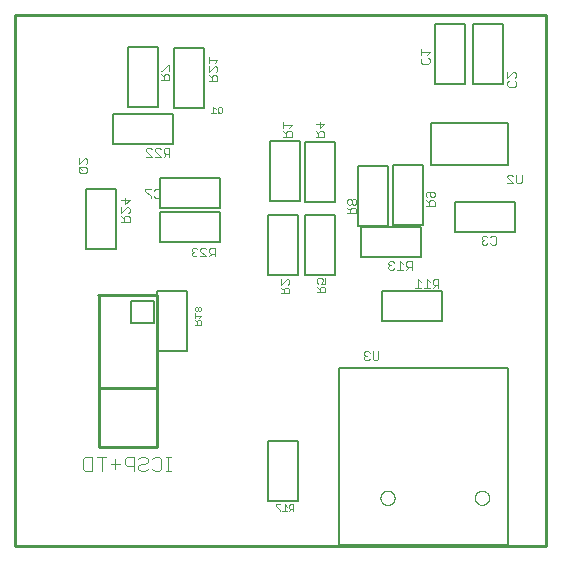
<source format=gbo>
G75*
%MOIN*%
%OFA0B0*%
%FSLAX25Y25*%
%IPPOS*%
%LPD*%
%AMOC8*
5,1,8,0,0,1.08239X$1,22.5*
%
%ADD10C,0.01000*%
%ADD11C,0.00591*%
%ADD12C,0.00500*%
%ADD13C,0.00300*%
%ADD14C,0.00400*%
%ADD15C,0.00200*%
%ADD16C,0.00800*%
%ADD17C,0.00000*%
D10*
X0019234Y0003118D02*
X0019234Y0180283D01*
X0196399Y0180283D01*
X0196399Y0003118D01*
X0019234Y0003118D01*
X0047134Y0036218D02*
X0047134Y0086818D01*
X0046934Y0086918D02*
X0066534Y0086918D01*
X0066534Y0086618D01*
X0066734Y0086618D01*
X0066734Y0055818D01*
X0047334Y0055818D01*
X0047334Y0056018D01*
X0066734Y0055818D02*
X0066734Y0036218D01*
X0047134Y0036218D01*
D11*
X0058034Y0077418D02*
X0058034Y0084718D01*
X0058034Y0084818D02*
X0065734Y0084818D01*
X0065734Y0077418D01*
X0058034Y0077418D01*
D12*
X0066596Y0068315D02*
X0076596Y0068315D01*
X0076596Y0088315D01*
X0066596Y0088315D01*
X0066596Y0068315D01*
X0052974Y0102173D02*
X0042974Y0102173D01*
X0042974Y0122173D01*
X0052974Y0122173D01*
X0052974Y0102173D01*
X0067502Y0104417D02*
X0067502Y0114417D01*
X0087502Y0114417D01*
X0087502Y0104417D01*
X0067502Y0104417D01*
X0067502Y0115835D02*
X0067502Y0125835D01*
X0087502Y0125835D01*
X0087502Y0115835D01*
X0067502Y0115835D01*
X0071947Y0137188D02*
X0051947Y0137188D01*
X0051947Y0147188D01*
X0071947Y0147188D01*
X0071947Y0137188D01*
X0072208Y0149049D02*
X0082208Y0149049D01*
X0082208Y0169049D01*
X0072208Y0169049D01*
X0072208Y0149049D01*
X0066985Y0149620D02*
X0056985Y0149620D01*
X0056985Y0169620D01*
X0066985Y0169620D01*
X0066985Y0149620D01*
X0104391Y0138315D02*
X0104391Y0118315D01*
X0114391Y0118315D01*
X0114391Y0138315D01*
X0104391Y0138315D01*
X0115809Y0137921D02*
X0115809Y0117921D01*
X0125809Y0117921D01*
X0125809Y0137921D01*
X0115809Y0137921D01*
X0133619Y0129991D02*
X0133619Y0109991D01*
X0143619Y0109991D01*
X0143619Y0129991D01*
X0133619Y0129991D01*
X0145143Y0130091D02*
X0145143Y0110091D01*
X0155143Y0110091D01*
X0155143Y0130091D01*
X0145143Y0130091D01*
X0154669Y0109382D02*
X0134669Y0109382D01*
X0134669Y0099382D01*
X0154669Y0099382D01*
X0154669Y0109382D01*
X0165927Y0107961D02*
X0165927Y0117961D01*
X0185927Y0117961D01*
X0185927Y0107961D01*
X0165927Y0107961D01*
X0161586Y0088121D02*
X0161586Y0078121D01*
X0141586Y0078121D01*
X0141586Y0088121D01*
X0161586Y0088121D01*
X0183604Y0062528D02*
X0183604Y0003472D01*
X0127305Y0003472D01*
X0127305Y0062528D01*
X0183604Y0062528D01*
X0125809Y0093512D02*
X0115809Y0093512D01*
X0115809Y0113512D01*
X0125809Y0113512D01*
X0125809Y0093512D01*
X0113604Y0093512D02*
X0103604Y0093512D01*
X0103604Y0113512D01*
X0113604Y0113512D01*
X0113604Y0093512D01*
X0113604Y0038315D02*
X0103604Y0038315D01*
X0103604Y0018315D01*
X0113604Y0018315D01*
X0113604Y0038315D01*
X0159228Y0156998D02*
X0169228Y0156998D01*
X0169228Y0176998D01*
X0159228Y0176998D01*
X0159228Y0156998D01*
X0171794Y0157098D02*
X0181794Y0157098D01*
X0181794Y0177098D01*
X0171794Y0177098D01*
X0171794Y0157098D01*
D13*
X0183444Y0156731D02*
X0183444Y0157699D01*
X0183928Y0158183D01*
X0183444Y0159194D02*
X0185379Y0161129D01*
X0185863Y0161129D01*
X0186347Y0160645D01*
X0186347Y0159678D01*
X0185863Y0159194D01*
X0185863Y0158183D02*
X0186347Y0157699D01*
X0186347Y0156731D01*
X0185863Y0156248D01*
X0183928Y0156248D01*
X0183444Y0156731D01*
X0183444Y0159194D02*
X0183444Y0161129D01*
X0157480Y0164431D02*
X0156996Y0163948D01*
X0155061Y0163948D01*
X0154578Y0164431D01*
X0154578Y0165399D01*
X0155061Y0165883D01*
X0154578Y0166894D02*
X0154578Y0168829D01*
X0154578Y0167862D02*
X0157480Y0167862D01*
X0156513Y0166894D01*
X0156996Y0165883D02*
X0157480Y0165399D01*
X0157480Y0164431D01*
X0122361Y0143869D02*
X0120910Y0142418D01*
X0120910Y0144353D01*
X0119459Y0143869D02*
X0122361Y0143869D01*
X0121877Y0141406D02*
X0120910Y0141406D01*
X0120426Y0140922D01*
X0120426Y0139471D01*
X0119459Y0139471D02*
X0122361Y0139471D01*
X0122361Y0140922D01*
X0121877Y0141406D01*
X0120426Y0140439D02*
X0119459Y0141406D01*
X0111644Y0141016D02*
X0111160Y0141500D01*
X0110193Y0141500D01*
X0109709Y0141016D01*
X0109709Y0139565D01*
X0109709Y0140532D02*
X0108741Y0141500D01*
X0108741Y0142511D02*
X0108741Y0144446D01*
X0108741Y0143479D02*
X0111644Y0143479D01*
X0110676Y0142511D01*
X0111644Y0141016D02*
X0111644Y0139565D01*
X0108741Y0139565D01*
X0086760Y0158199D02*
X0086760Y0159650D01*
X0086277Y0160134D01*
X0085309Y0160134D01*
X0084825Y0159650D01*
X0084825Y0158199D01*
X0083858Y0158199D02*
X0086760Y0158199D01*
X0084825Y0159166D02*
X0083858Y0160134D01*
X0083858Y0161145D02*
X0085793Y0163080D01*
X0086277Y0163080D01*
X0086760Y0162597D01*
X0086760Y0161629D01*
X0086277Y0161145D01*
X0083858Y0161145D02*
X0083858Y0163080D01*
X0083858Y0164092D02*
X0083858Y0166027D01*
X0083858Y0165059D02*
X0086760Y0165059D01*
X0085793Y0164092D01*
X0070738Y0163351D02*
X0070254Y0163351D01*
X0068319Y0161416D01*
X0067835Y0161416D01*
X0067835Y0160405D02*
X0068803Y0159437D01*
X0068803Y0159921D02*
X0068803Y0158470D01*
X0067835Y0158470D02*
X0070738Y0158470D01*
X0070738Y0159921D01*
X0070254Y0160405D01*
X0069286Y0160405D01*
X0068803Y0159921D01*
X0070738Y0161416D02*
X0070738Y0163351D01*
X0070737Y0135841D02*
X0069286Y0135841D01*
X0068802Y0135357D01*
X0068802Y0134389D01*
X0069286Y0133906D01*
X0070737Y0133906D01*
X0069769Y0133906D02*
X0068802Y0132938D01*
X0067790Y0132938D02*
X0065855Y0134873D01*
X0065855Y0135357D01*
X0066339Y0135841D01*
X0067307Y0135841D01*
X0067790Y0135357D01*
X0067790Y0132938D02*
X0065855Y0132938D01*
X0064844Y0132938D02*
X0062909Y0134873D01*
X0062909Y0135357D01*
X0063393Y0135841D01*
X0064360Y0135841D01*
X0064844Y0135357D01*
X0064844Y0132938D02*
X0062909Y0132938D01*
X0070737Y0132938D02*
X0070737Y0135841D01*
X0067061Y0122087D02*
X0066093Y0122087D01*
X0065610Y0121603D01*
X0064598Y0122087D02*
X0062663Y0122087D01*
X0062663Y0121603D01*
X0064598Y0119668D01*
X0064598Y0119185D01*
X0065610Y0119668D02*
X0066093Y0119185D01*
X0067061Y0119185D01*
X0067545Y0119668D01*
X0067545Y0121603D01*
X0067061Y0122087D01*
X0057526Y0118567D02*
X0056075Y0117116D01*
X0056075Y0119051D01*
X0054624Y0118567D02*
X0057526Y0118567D01*
X0057043Y0116105D02*
X0057526Y0115621D01*
X0057526Y0114653D01*
X0057043Y0114170D01*
X0057043Y0113158D02*
X0056075Y0113158D01*
X0055591Y0112674D01*
X0055591Y0111223D01*
X0054624Y0111223D02*
X0057526Y0111223D01*
X0057526Y0112674D01*
X0057043Y0113158D01*
X0055591Y0112191D02*
X0054624Y0113158D01*
X0054624Y0114170D02*
X0056559Y0116105D01*
X0057043Y0116105D01*
X0054624Y0116105D02*
X0054624Y0114170D01*
X0042932Y0127529D02*
X0040997Y0127529D01*
X0040513Y0128012D01*
X0040513Y0128980D01*
X0040997Y0129464D01*
X0042932Y0129464D01*
X0043415Y0128980D01*
X0043415Y0128012D01*
X0042932Y0127529D01*
X0041480Y0128496D02*
X0040513Y0129464D01*
X0040513Y0130475D02*
X0042448Y0132410D01*
X0042932Y0132410D01*
X0043415Y0131926D01*
X0043415Y0130959D01*
X0042932Y0130475D01*
X0040513Y0130475D02*
X0040513Y0132410D01*
X0078124Y0102086D02*
X0078124Y0101602D01*
X0078607Y0101119D01*
X0078124Y0100635D01*
X0078124Y0100151D01*
X0078607Y0099667D01*
X0079575Y0099667D01*
X0080059Y0100151D01*
X0081070Y0099667D02*
X0083005Y0099667D01*
X0081070Y0101602D01*
X0081070Y0102086D01*
X0081554Y0102570D01*
X0082521Y0102570D01*
X0083005Y0102086D01*
X0084017Y0102086D02*
X0084017Y0101119D01*
X0084500Y0100635D01*
X0085952Y0100635D01*
X0085952Y0099667D02*
X0085952Y0102570D01*
X0084500Y0102570D01*
X0084017Y0102086D01*
X0084984Y0100635D02*
X0084017Y0099667D01*
X0080059Y0102086D02*
X0079575Y0102570D01*
X0078607Y0102570D01*
X0078124Y0102086D01*
X0078607Y0101119D02*
X0079091Y0101119D01*
X0107854Y0092243D02*
X0107854Y0090308D01*
X0109789Y0092243D01*
X0110273Y0092243D01*
X0110756Y0091760D01*
X0110756Y0090792D01*
X0110273Y0090308D01*
X0110273Y0089297D02*
X0109305Y0089297D01*
X0108821Y0088813D01*
X0108821Y0087362D01*
X0107854Y0087362D02*
X0110756Y0087362D01*
X0110756Y0088813D01*
X0110273Y0089297D01*
X0108821Y0088329D02*
X0107854Y0089297D01*
X0119859Y0089597D02*
X0120826Y0088629D01*
X0120826Y0089113D02*
X0120826Y0087662D01*
X0119859Y0087662D02*
X0122761Y0087662D01*
X0122761Y0089113D01*
X0122277Y0089597D01*
X0121310Y0089597D01*
X0120826Y0089113D01*
X0120342Y0090608D02*
X0119859Y0091092D01*
X0119859Y0092060D01*
X0120342Y0092543D01*
X0121310Y0092543D01*
X0121794Y0092060D01*
X0121794Y0091576D01*
X0121310Y0090608D01*
X0122761Y0090608D01*
X0122761Y0092543D01*
X0143690Y0095716D02*
X0144174Y0095232D01*
X0145142Y0095232D01*
X0145625Y0095716D01*
X0146637Y0095232D02*
X0148572Y0095232D01*
X0147605Y0095232D02*
X0147605Y0098134D01*
X0148572Y0097167D01*
X0149584Y0097651D02*
X0149584Y0096683D01*
X0150067Y0096199D01*
X0151519Y0096199D01*
X0151519Y0095232D02*
X0151519Y0098134D01*
X0150067Y0098134D01*
X0149584Y0097651D01*
X0150551Y0096199D02*
X0149584Y0095232D01*
X0145625Y0097651D02*
X0145142Y0098134D01*
X0144174Y0098134D01*
X0143690Y0097651D01*
X0143690Y0097167D01*
X0144174Y0096683D01*
X0143690Y0096199D01*
X0143690Y0095716D01*
X0144174Y0096683D02*
X0144658Y0096683D01*
X0153575Y0092074D02*
X0153575Y0089171D01*
X0152608Y0089171D02*
X0154543Y0089171D01*
X0155554Y0089171D02*
X0157489Y0089171D01*
X0156522Y0089171D02*
X0156522Y0092074D01*
X0157489Y0091106D01*
X0158501Y0090622D02*
X0158985Y0090139D01*
X0160436Y0090139D01*
X0159468Y0090139D02*
X0158501Y0089171D01*
X0158501Y0090622D02*
X0158501Y0091590D01*
X0158985Y0092074D01*
X0160436Y0092074D01*
X0160436Y0089171D01*
X0154543Y0091106D02*
X0153575Y0092074D01*
X0174788Y0104094D02*
X0175272Y0103611D01*
X0176240Y0103611D01*
X0176723Y0104094D01*
X0177735Y0104094D02*
X0178219Y0103611D01*
X0179186Y0103611D01*
X0179670Y0104094D01*
X0179670Y0106029D01*
X0179186Y0106513D01*
X0178219Y0106513D01*
X0177735Y0106029D01*
X0176723Y0106029D02*
X0176240Y0106513D01*
X0175272Y0106513D01*
X0174788Y0106029D01*
X0174788Y0105546D01*
X0175272Y0105062D01*
X0174788Y0104578D01*
X0174788Y0104094D01*
X0175272Y0105062D02*
X0175756Y0105062D01*
X0159195Y0116441D02*
X0159195Y0117893D01*
X0158711Y0118376D01*
X0157744Y0118376D01*
X0157260Y0117893D01*
X0157260Y0116441D01*
X0156293Y0116441D02*
X0159195Y0116441D01*
X0157260Y0117409D02*
X0156293Y0118376D01*
X0156776Y0119388D02*
X0156293Y0119872D01*
X0156293Y0120839D01*
X0156776Y0121323D01*
X0158711Y0121323D01*
X0159195Y0120839D01*
X0159195Y0119872D01*
X0158711Y0119388D01*
X0158227Y0119388D01*
X0157744Y0119872D01*
X0157744Y0121323D01*
X0132971Y0118439D02*
X0132488Y0118923D01*
X0132004Y0118923D01*
X0131520Y0118439D01*
X0131520Y0117472D01*
X0132004Y0116988D01*
X0132488Y0116988D01*
X0132971Y0117472D01*
X0132971Y0118439D01*
X0131520Y0118439D02*
X0131036Y0118923D01*
X0130553Y0118923D01*
X0130069Y0118439D01*
X0130069Y0117472D01*
X0130553Y0116988D01*
X0131036Y0116988D01*
X0131520Y0117472D01*
X0131520Y0115976D02*
X0131036Y0115493D01*
X0131036Y0114041D01*
X0130069Y0114041D02*
X0132971Y0114041D01*
X0132971Y0115493D01*
X0132488Y0115976D01*
X0131520Y0115976D01*
X0131036Y0115009D02*
X0130069Y0115976D01*
X0136047Y0068052D02*
X0135563Y0067569D01*
X0135563Y0067085D01*
X0136047Y0066601D01*
X0135563Y0066117D01*
X0135563Y0065634D01*
X0136047Y0065150D01*
X0137014Y0065150D01*
X0137498Y0065634D01*
X0138510Y0065634D02*
X0138510Y0068052D01*
X0137498Y0067569D02*
X0137014Y0068052D01*
X0136047Y0068052D01*
X0136047Y0066601D02*
X0136530Y0066601D01*
X0138510Y0065634D02*
X0138993Y0065150D01*
X0139961Y0065150D01*
X0140444Y0065634D01*
X0140444Y0068052D01*
X0183300Y0124072D02*
X0185235Y0124072D01*
X0183300Y0126007D01*
X0183300Y0126491D01*
X0183784Y0126975D01*
X0184751Y0126975D01*
X0185235Y0126491D01*
X0186247Y0126975D02*
X0186247Y0124556D01*
X0186730Y0124072D01*
X0187698Y0124072D01*
X0188181Y0124556D01*
X0188181Y0126975D01*
D14*
X0071167Y0032809D02*
X0069632Y0032809D01*
X0070399Y0032809D02*
X0070399Y0028206D01*
X0069632Y0028206D02*
X0071167Y0028206D01*
X0068097Y0028973D02*
X0068097Y0032042D01*
X0067330Y0032809D01*
X0065795Y0032809D01*
X0065028Y0032042D01*
X0063493Y0032042D02*
X0063493Y0031275D01*
X0062726Y0030507D01*
X0061191Y0030507D01*
X0060424Y0029740D01*
X0060424Y0028973D01*
X0061191Y0028206D01*
X0062726Y0028206D01*
X0063493Y0028973D01*
X0065028Y0028973D02*
X0065795Y0028206D01*
X0067330Y0028206D01*
X0068097Y0028973D01*
X0063493Y0032042D02*
X0062726Y0032809D01*
X0061191Y0032809D01*
X0060424Y0032042D01*
X0058889Y0032809D02*
X0058889Y0028206D01*
X0058889Y0029740D02*
X0056587Y0029740D01*
X0055820Y0030507D01*
X0055820Y0032042D01*
X0056587Y0032809D01*
X0058889Y0032809D01*
X0054285Y0030507D02*
X0051216Y0030507D01*
X0052751Y0032042D02*
X0052751Y0028973D01*
X0049682Y0032809D02*
X0046612Y0032809D01*
X0045078Y0032809D02*
X0045078Y0028206D01*
X0042776Y0028206D01*
X0042008Y0028973D01*
X0042008Y0032042D01*
X0042776Y0032809D01*
X0045078Y0032809D01*
X0048147Y0032809D02*
X0048147Y0028206D01*
D15*
X0079196Y0076985D02*
X0081398Y0076985D01*
X0081398Y0078086D01*
X0081031Y0078453D01*
X0080297Y0078453D01*
X0079930Y0078086D01*
X0079930Y0076985D01*
X0079930Y0077719D02*
X0079196Y0078453D01*
X0079196Y0079195D02*
X0079196Y0080663D01*
X0079196Y0079929D02*
X0081398Y0079929D01*
X0080664Y0079195D01*
X0080664Y0081405D02*
X0081031Y0081405D01*
X0081398Y0081772D01*
X0081398Y0082506D01*
X0081031Y0082873D01*
X0080664Y0082873D01*
X0080297Y0082506D01*
X0080297Y0081772D01*
X0080664Y0081405D01*
X0080297Y0081772D02*
X0079930Y0081405D01*
X0079563Y0081405D01*
X0079196Y0081772D01*
X0079196Y0082506D01*
X0079563Y0082873D01*
X0079930Y0082873D01*
X0080297Y0082506D01*
X0106216Y0017017D02*
X0106216Y0016650D01*
X0107684Y0015182D01*
X0107684Y0014815D01*
X0108426Y0014815D02*
X0109894Y0014815D01*
X0109160Y0014815D02*
X0109160Y0017017D01*
X0109894Y0016283D01*
X0110636Y0016650D02*
X0110636Y0015916D01*
X0111003Y0015549D01*
X0112104Y0015549D01*
X0111370Y0015549D02*
X0110636Y0014815D01*
X0112104Y0014815D02*
X0112104Y0017017D01*
X0111003Y0017017D01*
X0110636Y0016650D01*
X0107684Y0017017D02*
X0106216Y0017017D01*
X0087998Y0147357D02*
X0087264Y0147357D01*
X0086897Y0147724D01*
X0086897Y0149192D01*
X0087264Y0149559D01*
X0087998Y0149559D01*
X0088365Y0149192D01*
X0088365Y0147724D01*
X0087998Y0147357D01*
X0087631Y0148091D02*
X0086897Y0147357D01*
X0086155Y0147357D02*
X0084687Y0147357D01*
X0085421Y0147357D02*
X0085421Y0149559D01*
X0086155Y0148825D01*
D16*
X0157830Y0144016D02*
X0157830Y0130016D01*
X0183630Y0130016D01*
X0183630Y0144016D01*
X0157830Y0144016D01*
D17*
X0183604Y0062528D02*
X0129667Y0062528D01*
X0141084Y0019220D02*
X0141086Y0019317D01*
X0141092Y0019414D01*
X0141102Y0019510D01*
X0141116Y0019606D01*
X0141134Y0019702D01*
X0141155Y0019796D01*
X0141181Y0019890D01*
X0141210Y0019982D01*
X0141244Y0020073D01*
X0141280Y0020163D01*
X0141321Y0020251D01*
X0141365Y0020337D01*
X0141413Y0020422D01*
X0141464Y0020504D01*
X0141518Y0020585D01*
X0141576Y0020663D01*
X0141637Y0020738D01*
X0141700Y0020811D01*
X0141767Y0020882D01*
X0141837Y0020949D01*
X0141909Y0021014D01*
X0141984Y0021075D01*
X0142062Y0021134D01*
X0142141Y0021189D01*
X0142223Y0021241D01*
X0142307Y0021289D01*
X0142393Y0021334D01*
X0142481Y0021376D01*
X0142570Y0021414D01*
X0142661Y0021448D01*
X0142753Y0021478D01*
X0142846Y0021505D01*
X0142941Y0021527D01*
X0143036Y0021546D01*
X0143132Y0021561D01*
X0143228Y0021572D01*
X0143325Y0021579D01*
X0143422Y0021582D01*
X0143519Y0021581D01*
X0143616Y0021576D01*
X0143712Y0021567D01*
X0143808Y0021554D01*
X0143904Y0021537D01*
X0143999Y0021516D01*
X0144092Y0021492D01*
X0144185Y0021463D01*
X0144277Y0021431D01*
X0144367Y0021395D01*
X0144455Y0021356D01*
X0144542Y0021312D01*
X0144627Y0021266D01*
X0144710Y0021215D01*
X0144791Y0021162D01*
X0144869Y0021105D01*
X0144946Y0021045D01*
X0145019Y0020982D01*
X0145090Y0020916D01*
X0145158Y0020847D01*
X0145224Y0020775D01*
X0145286Y0020701D01*
X0145345Y0020624D01*
X0145401Y0020545D01*
X0145454Y0020463D01*
X0145504Y0020380D01*
X0145549Y0020294D01*
X0145592Y0020207D01*
X0145631Y0020118D01*
X0145666Y0020028D01*
X0145697Y0019936D01*
X0145724Y0019843D01*
X0145748Y0019749D01*
X0145768Y0019654D01*
X0145784Y0019558D01*
X0145796Y0019462D01*
X0145804Y0019365D01*
X0145808Y0019268D01*
X0145808Y0019172D01*
X0145804Y0019075D01*
X0145796Y0018978D01*
X0145784Y0018882D01*
X0145768Y0018786D01*
X0145748Y0018691D01*
X0145724Y0018597D01*
X0145697Y0018504D01*
X0145666Y0018412D01*
X0145631Y0018322D01*
X0145592Y0018233D01*
X0145549Y0018146D01*
X0145504Y0018060D01*
X0145454Y0017977D01*
X0145401Y0017895D01*
X0145345Y0017816D01*
X0145286Y0017739D01*
X0145224Y0017665D01*
X0145158Y0017593D01*
X0145090Y0017524D01*
X0145019Y0017458D01*
X0144946Y0017395D01*
X0144869Y0017335D01*
X0144791Y0017278D01*
X0144710Y0017225D01*
X0144627Y0017174D01*
X0144542Y0017128D01*
X0144455Y0017084D01*
X0144367Y0017045D01*
X0144277Y0017009D01*
X0144185Y0016977D01*
X0144092Y0016948D01*
X0143999Y0016924D01*
X0143904Y0016903D01*
X0143808Y0016886D01*
X0143712Y0016873D01*
X0143616Y0016864D01*
X0143519Y0016859D01*
X0143422Y0016858D01*
X0143325Y0016861D01*
X0143228Y0016868D01*
X0143132Y0016879D01*
X0143036Y0016894D01*
X0142941Y0016913D01*
X0142846Y0016935D01*
X0142753Y0016962D01*
X0142661Y0016992D01*
X0142570Y0017026D01*
X0142481Y0017064D01*
X0142393Y0017106D01*
X0142307Y0017151D01*
X0142223Y0017199D01*
X0142141Y0017251D01*
X0142062Y0017306D01*
X0141984Y0017365D01*
X0141909Y0017426D01*
X0141837Y0017491D01*
X0141767Y0017558D01*
X0141700Y0017629D01*
X0141637Y0017702D01*
X0141576Y0017777D01*
X0141518Y0017855D01*
X0141464Y0017936D01*
X0141413Y0018018D01*
X0141365Y0018103D01*
X0141321Y0018189D01*
X0141280Y0018277D01*
X0141244Y0018367D01*
X0141210Y0018458D01*
X0141181Y0018550D01*
X0141155Y0018644D01*
X0141134Y0018738D01*
X0141116Y0018834D01*
X0141102Y0018930D01*
X0141092Y0019026D01*
X0141086Y0019123D01*
X0141084Y0019220D01*
X0172581Y0019220D02*
X0172583Y0019317D01*
X0172589Y0019414D01*
X0172599Y0019510D01*
X0172613Y0019606D01*
X0172631Y0019702D01*
X0172652Y0019796D01*
X0172678Y0019890D01*
X0172707Y0019982D01*
X0172741Y0020073D01*
X0172777Y0020163D01*
X0172818Y0020251D01*
X0172862Y0020337D01*
X0172910Y0020422D01*
X0172961Y0020504D01*
X0173015Y0020585D01*
X0173073Y0020663D01*
X0173134Y0020738D01*
X0173197Y0020811D01*
X0173264Y0020882D01*
X0173334Y0020949D01*
X0173406Y0021014D01*
X0173481Y0021075D01*
X0173559Y0021134D01*
X0173638Y0021189D01*
X0173720Y0021241D01*
X0173804Y0021289D01*
X0173890Y0021334D01*
X0173978Y0021376D01*
X0174067Y0021414D01*
X0174158Y0021448D01*
X0174250Y0021478D01*
X0174343Y0021505D01*
X0174438Y0021527D01*
X0174533Y0021546D01*
X0174629Y0021561D01*
X0174725Y0021572D01*
X0174822Y0021579D01*
X0174919Y0021582D01*
X0175016Y0021581D01*
X0175113Y0021576D01*
X0175209Y0021567D01*
X0175305Y0021554D01*
X0175401Y0021537D01*
X0175496Y0021516D01*
X0175589Y0021492D01*
X0175682Y0021463D01*
X0175774Y0021431D01*
X0175864Y0021395D01*
X0175952Y0021356D01*
X0176039Y0021312D01*
X0176124Y0021266D01*
X0176207Y0021215D01*
X0176288Y0021162D01*
X0176366Y0021105D01*
X0176443Y0021045D01*
X0176516Y0020982D01*
X0176587Y0020916D01*
X0176655Y0020847D01*
X0176721Y0020775D01*
X0176783Y0020701D01*
X0176842Y0020624D01*
X0176898Y0020545D01*
X0176951Y0020463D01*
X0177001Y0020380D01*
X0177046Y0020294D01*
X0177089Y0020207D01*
X0177128Y0020118D01*
X0177163Y0020028D01*
X0177194Y0019936D01*
X0177221Y0019843D01*
X0177245Y0019749D01*
X0177265Y0019654D01*
X0177281Y0019558D01*
X0177293Y0019462D01*
X0177301Y0019365D01*
X0177305Y0019268D01*
X0177305Y0019172D01*
X0177301Y0019075D01*
X0177293Y0018978D01*
X0177281Y0018882D01*
X0177265Y0018786D01*
X0177245Y0018691D01*
X0177221Y0018597D01*
X0177194Y0018504D01*
X0177163Y0018412D01*
X0177128Y0018322D01*
X0177089Y0018233D01*
X0177046Y0018146D01*
X0177001Y0018060D01*
X0176951Y0017977D01*
X0176898Y0017895D01*
X0176842Y0017816D01*
X0176783Y0017739D01*
X0176721Y0017665D01*
X0176655Y0017593D01*
X0176587Y0017524D01*
X0176516Y0017458D01*
X0176443Y0017395D01*
X0176366Y0017335D01*
X0176288Y0017278D01*
X0176207Y0017225D01*
X0176124Y0017174D01*
X0176039Y0017128D01*
X0175952Y0017084D01*
X0175864Y0017045D01*
X0175774Y0017009D01*
X0175682Y0016977D01*
X0175589Y0016948D01*
X0175496Y0016924D01*
X0175401Y0016903D01*
X0175305Y0016886D01*
X0175209Y0016873D01*
X0175113Y0016864D01*
X0175016Y0016859D01*
X0174919Y0016858D01*
X0174822Y0016861D01*
X0174725Y0016868D01*
X0174629Y0016879D01*
X0174533Y0016894D01*
X0174438Y0016913D01*
X0174343Y0016935D01*
X0174250Y0016962D01*
X0174158Y0016992D01*
X0174067Y0017026D01*
X0173978Y0017064D01*
X0173890Y0017106D01*
X0173804Y0017151D01*
X0173720Y0017199D01*
X0173638Y0017251D01*
X0173559Y0017306D01*
X0173481Y0017365D01*
X0173406Y0017426D01*
X0173334Y0017491D01*
X0173264Y0017558D01*
X0173197Y0017629D01*
X0173134Y0017702D01*
X0173073Y0017777D01*
X0173015Y0017855D01*
X0172961Y0017936D01*
X0172910Y0018018D01*
X0172862Y0018103D01*
X0172818Y0018189D01*
X0172777Y0018277D01*
X0172741Y0018367D01*
X0172707Y0018458D01*
X0172678Y0018550D01*
X0172652Y0018644D01*
X0172631Y0018738D01*
X0172613Y0018834D01*
X0172599Y0018930D01*
X0172589Y0019026D01*
X0172583Y0019123D01*
X0172581Y0019220D01*
M02*

</source>
